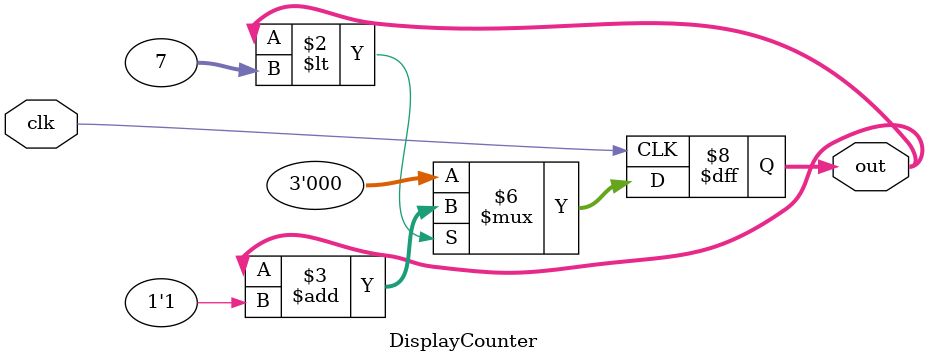
<source format=v>
module DisplayCounter(
    input clk, 
    output reg [2:0] out
);
	initial out <= 0;
    always @(posedge clk)  begin
        if(out < 7) begin
            out <= out + 1'b1;
        end
        else begin
            out <= 0;
        end
	end                           
endmodule
</source>
